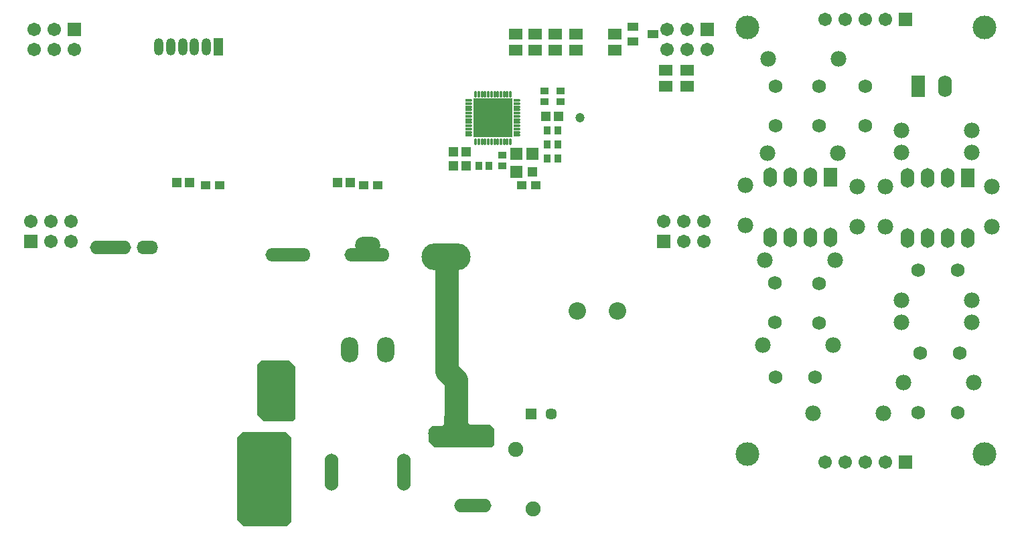
<source format=gbs>
G04 Layer_Color=16711935*
%FSLAX44Y44*%
%MOMM*%
G71*
G01*
G75*
%ADD88C,6.0000*%
%ADD89R,0.9532X1.0032*%
%ADD90R,1.0032X0.9532*%
%ADD91R,1.2032X1.1532*%
%ADD92R,1.8034X1.4732*%
%ADD109C,3.0020*%
%ADD110O,1.7272X2.4892*%
%ADD111R,1.7272X2.4892*%
%ADD112C,1.9812*%
%ADD113O,1.7272X2.7432*%
%ADD114R,1.7272X2.7432*%
%ADD115C,1.7272*%
%ADD116C,1.7032*%
%ADD117R,1.7032X1.7032*%
%ADD118R,1.2032X2.2032*%
%ADD119O,1.2032X2.2032*%
%ADD120O,4.7032X1.7032*%
%ADD121O,1.7032X4.7032*%
%ADD122O,2.2032X3.2032*%
%ADD123O,3.2032X2.2032*%
%ADD124O,6.2032X3.4032*%
%ADD125O,5.7032X1.7032*%
%ADD126C,2.2032*%
%ADD127R,1.4532X1.4532*%
%ADD128C,1.4532*%
%ADD129C,1.9032*%
%ADD130O,1.7032X6.7032*%
%ADD131O,5.2032X1.7032*%
%ADD132O,2.7032X1.7032*%
%ADD133C,3.0000*%
%ADD134C,1.2032*%
%ADD135O,0.8532X0.4032*%
%ADD136O,0.4032X0.8532*%
%ADD137R,4.9032X4.9032*%
%ADD138R,1.5032X1.5032*%
%ADD139R,1.2032X1.2032*%
%ADD140R,1.4032X1.0532*%
%ADD141R,1.2032X1.0160*%
G36*
X851916Y725576D02*
X859028Y718464D01*
Y644296D01*
Y612546D01*
X858774Y612292D01*
X852932Y606450D01*
X798830D01*
X796544Y608736D01*
X790194Y615086D01*
Y705764D01*
Y718972D01*
X797052Y725830D01*
X809244D01*
X851916Y725576D01*
D02*
G37*
G36*
X1077722Y742594D02*
X1084472Y735844D01*
Y735482D01*
X1084503Y735406D01*
X1084580Y735374D01*
X1110189D01*
X1115714Y729849D01*
Y709212D01*
X1112520Y706018D01*
X1040130D01*
X1035812Y710336D01*
X1032256Y713892D01*
Y722782D01*
Y729132D01*
X1035050Y731926D01*
X1036574Y733450D01*
X1050036D01*
X1052068Y735482D01*
Y746150D01*
X1077722Y742594D01*
D02*
G37*
G36*
X859028Y813714D02*
X864108Y808634D01*
Y767994D01*
Y742594D01*
X860406Y738893D01*
X824630D01*
X815848Y747674D01*
Y811174D01*
X820928Y816254D01*
X856488D01*
X859028Y813714D01*
D02*
G37*
D88*
X823214Y637438D02*
Y694334D01*
Y637438D02*
X823468Y637184D01*
D89*
X1195723Y1107373D02*
D03*
X1182223D02*
D03*
X1195723Y1089593D02*
D03*
X1182223D02*
D03*
X1195723Y1071813D02*
D03*
X1182223D02*
D03*
X1095717Y1062923D02*
D03*
X1109217D02*
D03*
D90*
X1199133Y1157303D02*
D03*
Y1143803D02*
D03*
X1178813D02*
D03*
Y1157303D02*
D03*
X1125473Y1076023D02*
D03*
Y1062523D02*
D03*
D91*
X1180973Y1125153D02*
D03*
X1196973D02*
D03*
X1063751Y1080195D02*
D03*
X1079751D02*
D03*
Y1062923D02*
D03*
X1063751D02*
D03*
X730629Y1041333D02*
D03*
X714629D02*
D03*
X917321Y1041841D02*
D03*
X933321D02*
D03*
D92*
X1142491Y1229293D02*
D03*
Y1208973D02*
D03*
X1167383Y1208973D02*
D03*
Y1229293D02*
D03*
X1192529Y1229293D02*
D03*
Y1208973D02*
D03*
X1359153Y1163253D02*
D03*
Y1183573D02*
D03*
X1331975Y1163507D02*
D03*
Y1183827D02*
D03*
X1267713Y1208973D02*
D03*
Y1229293D02*
D03*
X1218691Y1229547D02*
D03*
Y1209227D02*
D03*
D109*
X1735300Y1238020D02*
D03*
X1435300D02*
D03*
Y698020D02*
D03*
X1735300D02*
D03*
D110*
X1464800Y972320D02*
D03*
X1490200D02*
D03*
X1515600D02*
D03*
X1541000D02*
D03*
X1464800Y1048520D02*
D03*
X1490200D02*
D03*
X1515600D02*
D03*
X1637560Y971460D02*
D03*
X1662960D02*
D03*
X1688360D02*
D03*
X1713760D02*
D03*
X1637560Y1047660D02*
D03*
X1662960D02*
D03*
X1688360D02*
D03*
D111*
X1541000Y1048520D02*
D03*
X1713760Y1047660D02*
D03*
D112*
X1550900Y1198420D02*
D03*
X1462000D02*
D03*
X1460900Y1078420D02*
D03*
X1549800D02*
D03*
X1455420Y835660D02*
D03*
X1544320D02*
D03*
X1457800Y942980D02*
D03*
X1546700D02*
D03*
X1518920Y749300D02*
D03*
X1607820D02*
D03*
X1719580Y1107440D02*
D03*
X1630680D02*
D03*
Y1079500D02*
D03*
X1719580D02*
D03*
X1630520Y864240D02*
D03*
X1719420D02*
D03*
X1633060Y788040D02*
D03*
X1721960D02*
D03*
X1630520Y892180D02*
D03*
X1719420D02*
D03*
X1744980Y1036320D02*
D03*
Y985520D02*
D03*
X1610360D02*
D03*
Y1036320D02*
D03*
X1574800D02*
D03*
Y985520D02*
D03*
X1432900Y1037820D02*
D03*
Y987020D02*
D03*
D113*
X1685798Y1163193D02*
D03*
D114*
X1651762Y1163447D02*
D03*
D115*
X1526540Y913994D02*
D03*
Y864006D02*
D03*
X1701234Y749940D02*
D03*
X1651246D02*
D03*
X1470500Y914634D02*
D03*
Y864646D02*
D03*
X1471066Y795020D02*
D03*
X1521054D02*
D03*
X1651246Y930280D02*
D03*
X1701234D02*
D03*
X1703934Y825500D02*
D03*
X1653946D02*
D03*
X1584800Y1163554D02*
D03*
Y1113566D02*
D03*
X1526380D02*
D03*
Y1163554D02*
D03*
X1470900Y1113426D02*
D03*
Y1163414D02*
D03*
D116*
X1534160Y687578D02*
D03*
X1559560D02*
D03*
X1584960D02*
D03*
X1610360D02*
D03*
X1533700Y1248020D02*
D03*
X1559100D02*
D03*
X1584500D02*
D03*
X1609900D02*
D03*
X1334261Y1210243D02*
D03*
Y1235643D02*
D03*
X1359661Y1210243D02*
D03*
Y1235643D02*
D03*
X1385061Y1210243D02*
D03*
X534161D02*
D03*
Y1235643D02*
D03*
X559561Y1210243D02*
D03*
Y1235643D02*
D03*
X584961Y1210243D02*
D03*
X530098Y992134D02*
D03*
X555498Y966734D02*
D03*
Y992134D02*
D03*
X580898Y966734D02*
D03*
Y992134D02*
D03*
X1330198D02*
D03*
X1355598Y966734D02*
D03*
Y992134D02*
D03*
X1380998Y966734D02*
D03*
Y992134D02*
D03*
D117*
X1635760Y687578D02*
D03*
X1635300Y1248020D02*
D03*
X1385061Y1235643D02*
D03*
X584961D02*
D03*
X530098Y966734D02*
D03*
X1330198D02*
D03*
D118*
X766553Y1213393D02*
D03*
D119*
X751553D02*
D03*
X736553D02*
D03*
X721553D02*
D03*
X706553D02*
D03*
X691553D02*
D03*
D120*
X1055549Y723887D02*
D03*
X822551Y632129D02*
D03*
X822551Y717129D02*
D03*
X1088546D02*
D03*
X1088546Y632129D02*
D03*
D121*
X910049Y674637D02*
D03*
X1001048D02*
D03*
D122*
X932549Y830137D02*
D03*
X978549D02*
D03*
D123*
X955548Y961850D02*
D03*
D124*
X1055040Y947066D02*
D03*
D125*
X955040Y950366D02*
D03*
X855040D02*
D03*
D126*
X1220216Y879246D02*
D03*
X1271016D02*
D03*
D127*
X1162558Y748436D02*
D03*
D128*
X1187558D02*
D03*
D129*
X1143098Y703294D02*
D03*
X1165098Y628294D02*
D03*
D130*
X842048Y772124D02*
D03*
X804048Y641624D02*
D03*
D131*
X630548Y959624D02*
D03*
D132*
X677048D02*
D03*
D133*
X1067054Y740054D02*
Y791616D01*
X1055624Y803046D02*
X1067054Y791616D01*
X1055624Y803046D02*
Y942492D01*
X1055116Y943000D02*
X1055624Y942492D01*
D134*
X1224279Y1123629D02*
D03*
D135*
X1083793Y1101375D02*
D03*
Y1105375D02*
D03*
Y1109375D02*
D03*
Y1113375D02*
D03*
Y1117375D02*
D03*
Y1121375D02*
D03*
Y1125375D02*
D03*
Y1129375D02*
D03*
Y1133375D02*
D03*
Y1137375D02*
D03*
Y1141375D02*
D03*
Y1145375D02*
D03*
X1144293D02*
D03*
Y1141375D02*
D03*
Y1137375D02*
D03*
Y1133375D02*
D03*
Y1129375D02*
D03*
Y1125375D02*
D03*
Y1121375D02*
D03*
Y1117375D02*
D03*
Y1113375D02*
D03*
Y1109375D02*
D03*
Y1105375D02*
D03*
Y1101375D02*
D03*
D136*
X1092043Y1153625D02*
D03*
X1096043D02*
D03*
X1100043D02*
D03*
X1104043D02*
D03*
X1108043D02*
D03*
X1112043D02*
D03*
X1116043D02*
D03*
X1120043D02*
D03*
X1124043D02*
D03*
X1128043D02*
D03*
X1132043D02*
D03*
X1136043D02*
D03*
Y1093125D02*
D03*
X1132043D02*
D03*
X1128043D02*
D03*
X1124043D02*
D03*
X1120043D02*
D03*
X1116043D02*
D03*
X1112043D02*
D03*
X1108043D02*
D03*
X1104043D02*
D03*
X1100043D02*
D03*
X1096043D02*
D03*
X1092043D02*
D03*
D137*
X1114043Y1123375D02*
D03*
D138*
X1163573Y1078163D02*
D03*
X1143873D02*
D03*
Y1055163D02*
D03*
D139*
X1163573D02*
D03*
D140*
X1315973Y1229293D02*
D03*
X1291027Y1238691D02*
D03*
X1290972Y1219793D02*
D03*
D141*
X950517Y1038273D02*
D03*
X968517D02*
D03*
X1168483Y1038129D02*
D03*
X1150483D02*
D03*
X750433D02*
D03*
X768433D02*
D03*
M02*

</source>
